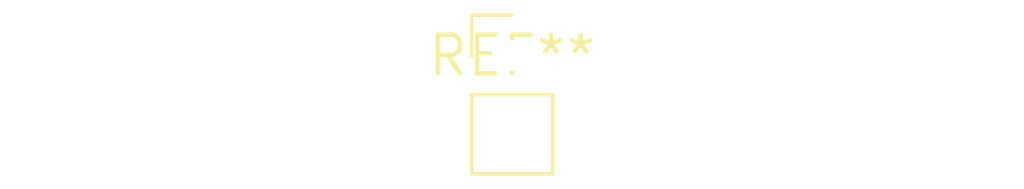
<source format=kicad_pcb>
(kicad_pcb (version 20240108) (generator pcbnew)
  (layers (0 "F.Cu" signal) (31 "B.Cu" signal) (34 "B.Paste" user) (35 "F.Paste" user) (36 "B.SilkS" user "B.Silkscreen") (37 "F.SilkS" user "F.Silkscreen") (38 "B.Mask" user) (39 "F.Mask" user) (44 "Edge.Cuts" user))
  (net 0 "")
  (footprint "PinHeader_1x02_P2.54mm_Vertical" (layer "F.Cu") (at 0 0)
    (property "Reference" "REF**")
    (property "Value" "PinHeader_1x02_P2.54mm_Vertical")
    (fp_line (start -1.33 -1.33) (end 0 -1.33) (layer "F.SilkS") (stroke (width 0.12)))
    (fp_line (start -1.33 0) (end -1.33 -1.33) (layer "F.SilkS") (stroke (width 0.12)))
    (fp_line (start -1.33 1.27) (end -1.33 3.87) (layer "F.SilkS") (stroke (width 0.12)))
    (fp_line (start -1.33 1.27) (end 1.33 1.27) (layer "F.SilkS") (stroke (width 0.12)))
    (fp_line (start -1.33 3.87) (end 1.33 3.87) (layer "F.SilkS") (stroke (width 0.12)))
    (fp_line (start 1.33 1.27) (end 1.33 3.87) (layer "F.SilkS") (stroke (width 0.12)))
    (pad "1" thru_hole rect (at 0 0) (size 1.7 1.7) (drill 1) (layers *.Cu *.Mask) (remove_unused_layers))
    (pad "2" thru_hole oval (at 0 2.54) (size 1.7 1.7) (drill 1) (layers *.Cu *.Mask) (remove_unused_layers))
  )
)
</source>
